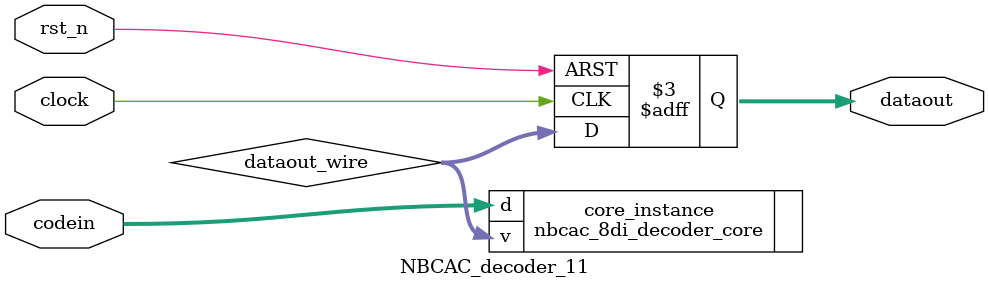
<source format=v>
module NBCAC_decoder_11(
    input wire clock,
    input wire rst_n,
    output reg [7:0] dataout,
    input wire [11:1] codein
);

    wire [7:0] dataout_wire;

    nbcac_8di_decoder_core core_instance(
        .v(dataout_wire),
        .d(codein)
    );

    //sync
    always @(posedge clock or negedge rst_n) begin
        if (~rst_n) begin
            dataout <= 0;
        end
        else begin
            dataout <= dataout_wire;
        end
    end

endmodule
</source>
